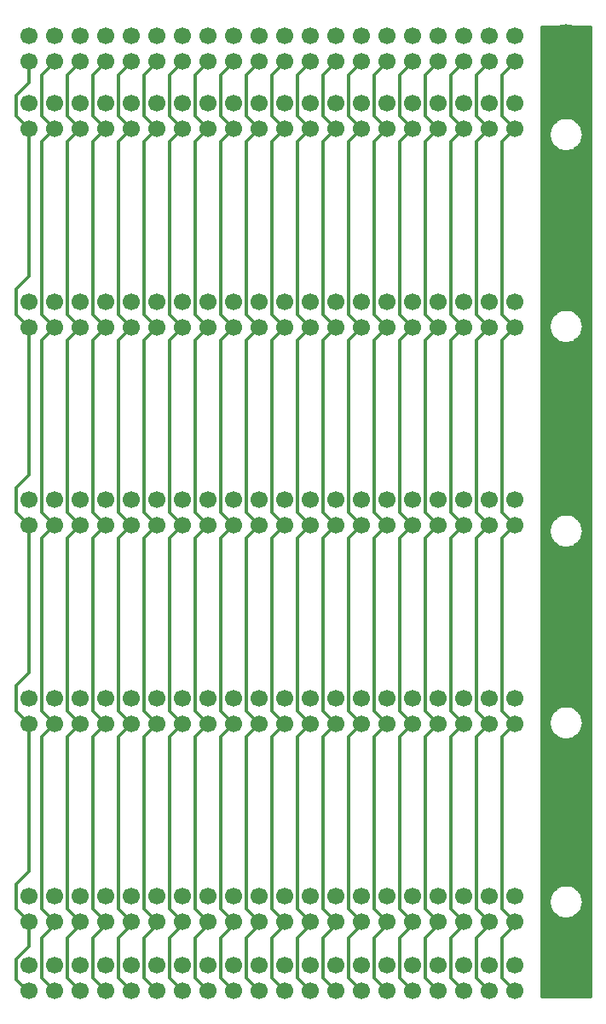
<source format=gbr>
G04 DipTrace 4.3.0.5*
G04 2 - Bottom.gbr*
%MOMM*%
G04 #@! TF.FileFunction,Copper,L2,Bot*
G04 #@! TF.Part,Single*
G04 #@! TA.AperFunction,Conductor*
%ADD16C,0.3302*%
G04 #@! TA.AperFunction,CopperBalancing*
%ADD17C,0.381*%
G04 #@! TA.AperFunction,ComponentPad*
%ADD21C,1.7*%
%ADD22C,4.0*%
%FSLAX35Y35*%
G04*
G71*
G90*
G75*
G01*
G04 Bottom*
%LPD*%
X5334000Y127000D2*
D16*
X5524500D1*
Y1526497D1*
X5334000D1*
X5524500D2*
Y3558497D1*
X5334000D1*
X5524500D2*
Y5463497D1*
X5334000D1*
X5524500D2*
Y7493000D1*
X5334000D1*
X5524500D2*
Y9398000D1*
X5334000D1*
X0Y9229873D2*
Y9017000D1*
X-127000Y8890000D1*
Y8686123D1*
X0Y8559123D1*
Y7096123D1*
X-127000Y6969123D1*
Y6717623D1*
X0Y6590623D1*
Y5127623D1*
X-127000Y5000623D1*
Y4749123D1*
X0Y4622123D1*
Y3159123D1*
X-127000Y3032123D1*
Y2780623D1*
X0Y2653623D1*
Y1190623D1*
X-127000Y1063623D1*
Y812123D1*
X0Y685123D1*
Y657373D2*
Y444500D1*
X-127000Y317500D1*
Y113623D1*
X0Y-13377D1*
X4826000Y8559123D2*
X4699000Y8432123D1*
Y6717623D1*
X4826000Y6590623D1*
X4699000Y6463623D1*
Y4749123D1*
X4826000Y4622123D1*
X4699000Y4495123D1*
Y2780623D1*
X4826000Y2653623D1*
Y9229873D2*
Y9223373D1*
X4699000Y9096373D1*
Y8686123D1*
X4826000Y8559123D1*
Y2653623D2*
X4699000Y2526623D1*
Y812123D1*
X4826000Y685123D1*
Y650873D1*
X4699000Y523873D1*
Y127000D1*
X4826000Y0D1*
X4572000Y8559123D2*
X4445000Y8432123D1*
Y6717623D1*
X4572000Y6590623D1*
X4445000Y6463623D1*
Y4749123D1*
X4572000Y4622123D1*
X4445000Y4495123D1*
Y2780623D1*
X4572000Y2653623D1*
Y9229873D2*
Y9223373D1*
X4445000Y9096373D1*
Y8686123D1*
X4572000Y8559123D1*
Y2653623D2*
X4445000Y2526623D1*
Y812123D1*
X4572000Y685123D1*
Y650873D1*
X4445000Y523873D1*
Y127000D1*
X4572000Y0D1*
X4318000Y8559123D2*
X4191000Y8432123D1*
Y6717623D1*
X4318000Y6590623D1*
X4191000Y6463623D1*
Y4749123D1*
X4318000Y4622123D1*
X4191000Y4495123D1*
Y2780623D1*
X4318000Y2653623D1*
Y9229873D2*
Y9223373D1*
X4191000Y9096373D1*
Y8686123D1*
X4318000Y8559123D1*
Y2653623D2*
X4191000Y2526623D1*
Y812123D1*
X4318000Y685123D1*
Y650873D1*
X4191000Y523873D1*
Y127000D1*
X4318000Y0D1*
X4064000Y8559123D2*
X3937000Y8432123D1*
Y6717623D1*
X4064000Y6590623D1*
X3937000Y6463623D1*
Y4749123D1*
X4064000Y4622123D1*
X3937000Y4495123D1*
Y2780623D1*
X4064000Y2653623D1*
Y9229873D2*
Y9223373D1*
X3937000Y9096373D1*
Y8686123D1*
X4064000Y8559123D1*
Y2653623D2*
X3937000Y2526623D1*
Y812123D1*
X4064000Y685123D1*
Y650873D1*
X3937000Y523873D1*
Y127000D1*
X4064000Y0D1*
X3810000Y8559123D2*
X3683000Y8432123D1*
Y6717623D1*
X3810000Y6590623D1*
X3683000Y6463623D1*
Y4749123D1*
X3810000Y4622123D1*
X3683000Y4495123D1*
Y2780623D1*
X3810000Y2653623D1*
Y9229873D2*
Y9223373D1*
X3683000Y9096373D1*
Y8686123D1*
X3810000Y8559123D1*
Y2653623D2*
X3683000Y2526623D1*
Y812123D1*
X3810000Y685123D1*
Y650873D1*
X3683000Y523873D1*
Y127000D1*
X3810000Y0D1*
X3556000Y8559123D2*
X3429000Y8432123D1*
Y6717623D1*
X3556000Y6590623D1*
X3429000Y6463623D1*
Y4749123D1*
X3556000Y4622123D1*
X3429000Y4495123D1*
Y2780623D1*
X3556000Y2653623D1*
Y9229873D2*
Y9223373D1*
X3429000Y9096373D1*
Y8686123D1*
X3556000Y8559123D1*
Y2653623D2*
X3429000Y2526623D1*
Y812123D1*
X3556000Y685123D1*
Y650873D1*
X3429000Y523873D1*
Y127000D1*
X3556000Y0D1*
X3302000Y8559123D2*
X3175000Y8432123D1*
Y6717623D1*
X3302000Y6590623D1*
X3175000Y6463623D1*
Y4749123D1*
X3302000Y4622123D1*
X3175000Y4495123D1*
Y2780623D1*
X3302000Y2653623D1*
Y9229873D2*
Y9223373D1*
X3175000Y9096373D1*
Y8686123D1*
X3302000Y8559123D1*
Y2653623D2*
X3175000Y2526623D1*
Y812123D1*
X3302000Y685123D1*
Y650873D1*
X3175000Y523873D1*
Y127000D1*
X3302000Y0D1*
X3048000Y8559123D2*
X2921000Y8432123D1*
Y6717623D1*
X3048000Y6590623D1*
X2921000Y6463623D1*
Y4749123D1*
X3048000Y4622123D1*
X2921000Y4495123D1*
Y2780623D1*
X3048000Y2653623D1*
Y9229873D2*
Y9223373D1*
X2921000Y9096373D1*
Y8686123D1*
X3048000Y8559123D1*
Y2653623D2*
X2921000Y2526623D1*
Y812123D1*
X3048000Y685123D1*
Y650873D1*
X2921000Y523873D1*
Y127000D1*
X3048000Y0D1*
X2794000Y8559123D2*
X2667000Y8432123D1*
Y6717623D1*
X2794000Y6590623D1*
X2667000Y6463623D1*
Y4749123D1*
X2794000Y4622123D1*
X2667000Y4495123D1*
Y2780623D1*
X2794000Y2653623D1*
Y9229873D2*
Y9223373D1*
X2667000Y9096373D1*
Y8686123D1*
X2794000Y8559123D1*
Y2653623D2*
X2667000Y2526623D1*
Y812123D1*
X2794000Y685123D1*
Y650873D1*
X2667000Y523873D1*
Y127000D1*
X2794000Y0D1*
X2540000Y8559123D2*
X2413000Y8432123D1*
Y6717623D1*
X2540000Y6590623D1*
X2413000Y6463623D1*
Y4749123D1*
X2540000Y4622123D1*
X2413000Y4495123D1*
Y2780623D1*
X2540000Y2653623D1*
Y9229873D2*
Y9223373D1*
X2413000Y9096373D1*
Y8686123D1*
X2540000Y8559123D1*
Y2653623D2*
X2413000Y2526623D1*
Y812123D1*
X2540000Y685123D1*
Y650873D1*
X2413000Y523873D1*
Y127000D1*
X2540000Y0D1*
X2286000Y8559123D2*
X2159000Y8432123D1*
Y6717623D1*
X2286000Y6590623D1*
X2159000Y6463623D1*
Y4749123D1*
X2286000Y4622123D1*
X2159000Y4495123D1*
Y2780623D1*
X2286000Y2653623D1*
Y9229873D2*
Y9223373D1*
X2159000Y9096373D1*
Y8686123D1*
X2286000Y8559123D1*
Y2653623D2*
X2159000Y2526623D1*
Y812123D1*
X2286000Y685123D1*
Y650873D1*
X2159000Y523873D1*
Y127000D1*
X2286000Y0D1*
X2032000Y8559123D2*
X1905000Y8432123D1*
Y6717623D1*
X2032000Y6590623D1*
X1905000Y6463623D1*
Y4749123D1*
X2032000Y4622123D1*
X1905000Y4495123D1*
Y2780623D1*
X2032000Y2653623D1*
Y9229873D2*
Y9223373D1*
X1905000Y9096373D1*
Y8686123D1*
X2032000Y8559123D1*
Y2653623D2*
X1905000Y2526623D1*
Y812123D1*
X2032000Y685123D1*
Y650873D1*
X1905000Y523873D1*
Y127000D1*
X2032000Y0D1*
X1778000Y8559123D2*
X1651000Y8432123D1*
Y6717623D1*
X1778000Y6590623D1*
X1651000Y6463623D1*
Y4749123D1*
X1778000Y4622123D1*
X1651000Y4495123D1*
Y2780623D1*
X1778000Y2653623D1*
Y9229873D2*
Y9223373D1*
X1651000Y9096373D1*
Y8686123D1*
X1778000Y8559123D1*
Y2653623D2*
X1651000Y2526623D1*
Y812123D1*
X1778000Y685123D1*
Y650873D1*
X1651000Y523873D1*
Y127000D1*
X1778000Y0D1*
X1524000Y8559123D2*
X1397000Y8432123D1*
Y6717623D1*
X1524000Y6590623D1*
X1397000Y6463623D1*
Y4749123D1*
X1524000Y4622123D1*
X1397000Y4495123D1*
Y2780623D1*
X1524000Y2653623D1*
Y9229873D2*
Y9223373D1*
X1397000Y9096373D1*
Y8686123D1*
X1524000Y8559123D1*
Y2653623D2*
X1397000Y2526623D1*
Y812123D1*
X1524000Y685123D1*
Y650873D1*
X1397000Y523873D1*
Y127000D1*
X1524000Y0D1*
X1270000Y8559123D2*
X1143000Y8432123D1*
Y6717623D1*
X1270000Y6590623D1*
X1143000Y6463623D1*
Y4749123D1*
X1270000Y4622123D1*
X1143000Y4495123D1*
Y2780623D1*
X1270000Y2653623D1*
Y9229873D2*
Y9223373D1*
X1143000Y9096373D1*
Y8686123D1*
X1270000Y8559123D1*
Y2653623D2*
X1143000Y2526623D1*
Y812123D1*
X1270000Y685123D1*
Y650873D1*
X1143000Y523873D1*
Y127000D1*
X1270000Y0D1*
X1016000Y8559123D2*
X889000Y8432123D1*
Y6717623D1*
X1016000Y6590623D1*
X889000Y6463623D1*
Y4749123D1*
X1016000Y4622123D1*
X889000Y4495123D1*
Y2780623D1*
X1016000Y2653623D1*
Y9229873D2*
Y9223373D1*
X889000Y9096373D1*
Y8686123D1*
X1016000Y8559123D1*
Y2653623D2*
X889000Y2526623D1*
Y812123D1*
X1016000Y685123D1*
Y650873D1*
X889000Y523873D1*
Y127000D1*
X1016000Y0D1*
X762000Y8559123D2*
X635000Y8432123D1*
Y6717623D1*
X762000Y6590623D1*
X635000Y6463623D1*
Y4749123D1*
X762000Y4622123D1*
X635000Y4495123D1*
Y2780623D1*
X762000Y2653623D1*
Y9229873D2*
Y9223373D1*
X635000Y9096373D1*
Y8686123D1*
X762000Y8559123D1*
Y2653623D2*
X635000Y2526623D1*
Y812123D1*
X762000Y685123D1*
Y650873D1*
X635000Y523873D1*
Y127000D1*
X762000Y0D1*
X508000Y8559123D2*
X381000Y8432123D1*
Y6717623D1*
X508000Y6590623D1*
X381000Y6463623D1*
Y4749123D1*
X508000Y4622123D1*
X381000Y4495123D1*
Y2780623D1*
X508000Y2653623D1*
Y9229873D2*
Y9223373D1*
X381000Y9096373D1*
Y8686123D1*
X508000Y8559123D1*
Y2653623D2*
X381000Y2526623D1*
Y812123D1*
X508000Y685123D1*
Y650873D1*
X381000Y523873D1*
Y127000D1*
X508000Y0D1*
X254000Y8559123D2*
X127000Y8432123D1*
Y6717623D1*
X254000Y6590623D1*
X127000Y6463623D1*
Y4749123D1*
X254000Y4622123D1*
X127000Y4495123D1*
Y2780623D1*
X254000Y2653623D1*
Y9229873D2*
Y9223373D1*
X127000Y9096373D1*
Y8686123D1*
X254000Y8559123D1*
Y2653623D2*
X127000Y2526623D1*
Y812123D1*
X254000Y685123D1*
Y650873D1*
X127000Y523873D1*
Y127000D1*
X254000Y0D1*
X5102880Y9531683D2*
D17*
X5565147D1*
X5102880Y9493917D2*
X5565147D1*
X5102880Y9456150D2*
X5565147D1*
X5102880Y9418383D2*
X5565147D1*
X5102880Y9380617D2*
X5565147D1*
X5102880Y9342850D2*
X5565147D1*
X5102880Y9305083D2*
X5565147D1*
X5102880Y9267317D2*
X5565147D1*
X5102880Y9229550D2*
X5565147D1*
X5102880Y9191783D2*
X5565147D1*
X5102880Y9154017D2*
X5565147D1*
X5102880Y9116250D2*
X5565147D1*
X5102880Y9078483D2*
X5565147D1*
X5102880Y9040717D2*
X5565147D1*
X5102880Y9002950D2*
X5565147D1*
X5102880Y8965183D2*
X5565147D1*
X5102880Y8927417D2*
X5565147D1*
X5102880Y8889650D2*
X5565147D1*
X5102880Y8851883D2*
X5565147D1*
X5102880Y8814117D2*
X5565147D1*
X5102880Y8776350D2*
X5565147D1*
X5102880Y8738583D2*
X5565147D1*
X5102880Y8700817D2*
X5565147D1*
X5102880Y8663050D2*
X5247547D1*
X5420440D2*
X5565147D1*
X5102880Y8625283D2*
X5199660D1*
X5468327D2*
X5565147D1*
X5102880Y8587517D2*
X5173990D1*
X5494000D2*
X5565147D1*
X5102880Y8549750D2*
X5160183D1*
X5507803D2*
X5565147D1*
X5102880Y8511983D2*
X5155387D1*
X5512603D2*
X5565147D1*
X5102880Y8474217D2*
X5158883D1*
X5509143D2*
X5565147D1*
X5102880Y8436450D2*
X5171160D1*
X5496863D2*
X5565147D1*
X5102880Y8398683D2*
X5194563D1*
X5473423D2*
X5565147D1*
X5102880Y8360917D2*
X5237277D1*
X5430710D2*
X5565147D1*
X5102880Y8323150D2*
X5565147D1*
X5102880Y8285383D2*
X5565147D1*
X5102880Y8247617D2*
X5565147D1*
X5102880Y8209850D2*
X5565147D1*
X5102880Y8172083D2*
X5565147D1*
X5102880Y8134317D2*
X5565147D1*
X5102880Y8096550D2*
X5565147D1*
X5102880Y8058783D2*
X5565147D1*
X5102880Y8021017D2*
X5565147D1*
X5102880Y7983250D2*
X5565147D1*
X5102880Y7945483D2*
X5565147D1*
X5102880Y7907717D2*
X5565147D1*
X5102880Y7869950D2*
X5565147D1*
X5102880Y7832183D2*
X5565147D1*
X5102880Y7794417D2*
X5565147D1*
X5102880Y7756650D2*
X5565147D1*
X5102880Y7718883D2*
X5565147D1*
X5102880Y7681117D2*
X5565147D1*
X5102880Y7643350D2*
X5565147D1*
X5102880Y7605583D2*
X5565147D1*
X5102880Y7567817D2*
X5565147D1*
X5102880Y7530050D2*
X5565147D1*
X5102880Y7492283D2*
X5565147D1*
X5102880Y7454517D2*
X5565147D1*
X5102880Y7416750D2*
X5565147D1*
X5102880Y7378983D2*
X5565147D1*
X5102880Y7341217D2*
X5565147D1*
X5102880Y7303450D2*
X5565147D1*
X5102880Y7265683D2*
X5565147D1*
X5102880Y7227917D2*
X5565147D1*
X5102880Y7190150D2*
X5565147D1*
X5102880Y7152383D2*
X5565147D1*
X5102880Y7114617D2*
X5565147D1*
X5102880Y7076850D2*
X5565147D1*
X5102880Y7039083D2*
X5565147D1*
X5102880Y7001317D2*
X5565147D1*
X5102880Y6963550D2*
X5565147D1*
X5102880Y6925783D2*
X5565147D1*
X5102880Y6888017D2*
X5565147D1*
X5102880Y6850250D2*
X5565147D1*
X5102880Y6812483D2*
X5565147D1*
X5102880Y6774717D2*
X5292567D1*
X5375420D2*
X5565147D1*
X5102880Y6736950D2*
X5216703D1*
X5451323D2*
X5565147D1*
X5102880Y6699183D2*
X5183550D1*
X5484437D2*
X5565147D1*
X5102880Y6661417D2*
X5165060D1*
X5502930D2*
X5565147D1*
X5102880Y6623650D2*
X5156500D1*
X5511523D2*
X5565147D1*
X5102880Y6585883D2*
X5156317D1*
X5511673D2*
X5565147D1*
X5102880Y6548117D2*
X5164537D1*
X5503450D2*
X5565147D1*
X5102880Y6510350D2*
X5182583D1*
X5485403D2*
X5565147D1*
X5102880Y6472583D2*
X5214917D1*
X5453070D2*
X5565147D1*
X5102880Y6434817D2*
X5286207D1*
X5381820D2*
X5565147D1*
X5102880Y6397050D2*
X5565147D1*
X5102880Y6359283D2*
X5565147D1*
X5102880Y6321517D2*
X5565147D1*
X5102880Y6283750D2*
X5565147D1*
X5102880Y6245983D2*
X5565147D1*
X5102880Y6208217D2*
X5565147D1*
X5102880Y6170450D2*
X5565147D1*
X5102880Y6132683D2*
X5565147D1*
X5102880Y6094917D2*
X5565147D1*
X5102880Y6057150D2*
X5565147D1*
X5102880Y6019383D2*
X5565147D1*
X5102880Y5981617D2*
X5565147D1*
X5102880Y5943850D2*
X5565147D1*
X5102880Y5906083D2*
X5565147D1*
X5102880Y5868317D2*
X5565147D1*
X5102880Y5830550D2*
X5565147D1*
X5102880Y5792783D2*
X5565147D1*
X5102880Y5755017D2*
X5565147D1*
X5102880Y5717250D2*
X5565147D1*
X5102880Y5679483D2*
X5565147D1*
X5102880Y5641717D2*
X5565147D1*
X5102880Y5603950D2*
X5565147D1*
X5102880Y5566183D2*
X5565147D1*
X5102880Y5528417D2*
X5565147D1*
X5102880Y5490650D2*
X5565147D1*
X5102880Y5452883D2*
X5565147D1*
X5102880Y5415117D2*
X5565147D1*
X5102880Y5377350D2*
X5565147D1*
X5102880Y5339583D2*
X5565147D1*
X5102880Y5301817D2*
X5565147D1*
X5102880Y5264050D2*
X5565147D1*
X5102880Y5226283D2*
X5565147D1*
X5102880Y5188517D2*
X5565147D1*
X5102880Y5150750D2*
X5565147D1*
X5102880Y5112983D2*
X5565147D1*
X5102880Y5075217D2*
X5565147D1*
X5102880Y5037450D2*
X5565147D1*
X5102880Y4999683D2*
X5565147D1*
X5102880Y4961917D2*
X5565147D1*
X5102880Y4924150D2*
X5565147D1*
X5102880Y4886383D2*
X5565147D1*
X5102880Y4848617D2*
X5565147D1*
X5102880Y4810850D2*
X5565147D1*
X5102880Y4773083D2*
X5565147D1*
X5102880Y4735317D2*
X5267863D1*
X5400163D2*
X5565147D1*
X5102880Y4697550D2*
X5208553D1*
X5459433D2*
X5565147D1*
X5102880Y4659783D2*
X5179010D1*
X5488977D2*
X5565147D1*
X5102880Y4622017D2*
X5162677D1*
X5505310D2*
X5565147D1*
X5102880Y4584250D2*
X5155793D1*
X5512193D2*
X5565147D1*
X5102880Y4546483D2*
X5157247D1*
X5510743D2*
X5565147D1*
X5102880Y4508717D2*
X5167217D1*
X5500770D2*
X5565147D1*
X5102880Y4470950D2*
X5187533D1*
X5480457D2*
X5565147D1*
X5102880Y4433183D2*
X5223957D1*
X5444067D2*
X5565147D1*
X5102880Y4395417D2*
X5565147D1*
X5102880Y4357650D2*
X5565147D1*
X5102880Y4319883D2*
X5565147D1*
X5102880Y4282117D2*
X5565147D1*
X5102880Y4244350D2*
X5565147D1*
X5102880Y4206583D2*
X5565147D1*
X5102880Y4168817D2*
X5565147D1*
X5102880Y4131050D2*
X5565147D1*
X5102880Y4093283D2*
X5565147D1*
X5102880Y4055517D2*
X5565147D1*
X5102880Y4017750D2*
X5565147D1*
X5102880Y3979983D2*
X5565147D1*
X5102880Y3942217D2*
X5565147D1*
X5102880Y3904450D2*
X5565147D1*
X5102880Y3866683D2*
X5565147D1*
X5102880Y3828917D2*
X5565147D1*
X5102880Y3791150D2*
X5565147D1*
X5102880Y3753383D2*
X5565147D1*
X5102880Y3715617D2*
X5565147D1*
X5102880Y3677850D2*
X5565147D1*
X5102880Y3640083D2*
X5565147D1*
X5102880Y3602317D2*
X5565147D1*
X5102880Y3564550D2*
X5565147D1*
X5102880Y3526783D2*
X5565147D1*
X5102880Y3489017D2*
X5565147D1*
X5102880Y3451250D2*
X5565147D1*
X5102880Y3413483D2*
X5565147D1*
X5102880Y3375717D2*
X5565147D1*
X5102880Y3337950D2*
X5565147D1*
X5102880Y3300183D2*
X5565147D1*
X5102880Y3262417D2*
X5565147D1*
X5102880Y3224650D2*
X5565147D1*
X5102880Y3186883D2*
X5565147D1*
X5102880Y3149117D2*
X5565147D1*
X5102880Y3111350D2*
X5565147D1*
X5102880Y3073583D2*
X5565147D1*
X5102880Y3035817D2*
X5565147D1*
X5102880Y2998050D2*
X5565147D1*
X5102880Y2960283D2*
X5565147D1*
X5102880Y2922517D2*
X5565147D1*
X5102880Y2884750D2*
X5565147D1*
X5102880Y2846983D2*
X5565147D1*
X5102880Y2809217D2*
X5228533D1*
X5439453D2*
X5565147D1*
X5102880Y2771450D2*
X5190023D1*
X5478000D2*
X5565147D1*
X5102880Y2733683D2*
X5168593D1*
X5499393D2*
X5565147D1*
X5102880Y2695917D2*
X5157803D1*
X5510220D2*
X5565147D1*
X5102880Y2658150D2*
X5155610D1*
X5512417D2*
X5565147D1*
X5102880Y2620383D2*
X5161710D1*
X5506277D2*
X5565147D1*
X5102880Y2582617D2*
X5177077D1*
X5490910D2*
X5565147D1*
X5102880Y2544850D2*
X5205130D1*
X5462857D2*
X5565147D1*
X5102880Y2507083D2*
X5259563D1*
X5408423D2*
X5565147D1*
X5102880Y2469317D2*
X5565147D1*
X5102880Y2431550D2*
X5565147D1*
X5102880Y2393783D2*
X5565147D1*
X5102880Y2356017D2*
X5565147D1*
X5102880Y2318250D2*
X5565147D1*
X5102880Y2280483D2*
X5565147D1*
X5102880Y2242717D2*
X5565147D1*
X5102880Y2204950D2*
X5565147D1*
X5102880Y2167183D2*
X5565147D1*
X5102880Y2129417D2*
X5565147D1*
X5102880Y2091650D2*
X5565147D1*
X5102880Y2053883D2*
X5565147D1*
X5102880Y2016117D2*
X5565147D1*
X5102880Y1978350D2*
X5565147D1*
X5102880Y1940583D2*
X5565147D1*
X5102880Y1902817D2*
X5565147D1*
X5102880Y1865050D2*
X5565147D1*
X5102880Y1827283D2*
X5565147D1*
X5102880Y1789517D2*
X5565147D1*
X5102880Y1751750D2*
X5565147D1*
X5102880Y1713983D2*
X5565147D1*
X5102880Y1676217D2*
X5565147D1*
X5102880Y1638450D2*
X5565147D1*
X5102880Y1600683D2*
X5565147D1*
X5102880Y1562917D2*
X5565147D1*
X5102880Y1525150D2*
X5565147D1*
X5102880Y1487383D2*
X5565147D1*
X5102880Y1449617D2*
X5565147D1*
X5102880Y1411850D2*
X5565147D1*
X5102880Y1374083D2*
X5565147D1*
X5102880Y1336317D2*
X5565147D1*
X5102880Y1298550D2*
X5565147D1*
X5102880Y1260783D2*
X5565147D1*
X5102880Y1223017D2*
X5565147D1*
X5102880Y1185250D2*
X5565147D1*
X5102880Y1147483D2*
X5565147D1*
X5102880Y1109717D2*
X5565147D1*
X5102880Y1071950D2*
X5565147D1*
X5102880Y1034183D2*
X5232813D1*
X5435173D2*
X5565147D1*
X5102880Y996417D2*
X5192257D1*
X5475730D2*
X5565147D1*
X5102880Y958650D2*
X5169860D1*
X5498130D2*
X5565147D1*
X5102880Y920883D2*
X5158323D1*
X5509700D2*
X5565147D1*
X5102880Y883117D2*
X5155460D1*
X5512527D2*
X5565147D1*
X5102880Y845350D2*
X5160930D1*
X5507097D2*
X5565147D1*
X5102880Y807583D2*
X5175477D1*
X5492510D2*
X5565147D1*
X5102880Y769817D2*
X5202303D1*
X5465683D2*
X5565147D1*
X5102880Y732050D2*
X5253203D1*
X5414787D2*
X5565147D1*
X5102880Y694283D2*
X5565147D1*
X5102880Y656517D2*
X5565147D1*
X5102880Y618750D2*
X5565147D1*
X5102880Y580983D2*
X5565147D1*
X5102880Y543217D2*
X5565147D1*
X5102880Y505450D2*
X5565147D1*
X5102880Y467683D2*
X5565147D1*
X5102880Y429917D2*
X5565147D1*
X5102880Y392150D2*
X5565147D1*
X5102880Y354383D2*
X5565147D1*
X5102880Y316617D2*
X5565147D1*
X5102880Y278850D2*
X5565147D1*
X5102880Y241083D2*
X5565147D1*
X5102880Y203317D2*
X5565147D1*
X5102880Y165550D2*
X5565147D1*
X5102880Y127783D2*
X5565147D1*
X5102880Y90017D2*
X5565147D1*
X5102880Y52250D2*
X5565147D1*
X5102880Y14483D2*
X5565147D1*
X5102880Y-23283D2*
X5565147D1*
X5507777Y869987D2*
X5504700Y851310D1*
X5499627Y833077D1*
X5492607Y815497D1*
X5483730Y798780D1*
X5473100Y783120D1*
X5460837Y768700D1*
X5447087Y755693D1*
X5432010Y744247D1*
X5415783Y734500D1*
X5398600Y726563D1*
X5380660Y720530D1*
X5362170Y716473D1*
X5343353Y714437D1*
X5324423Y714450D1*
X5305607Y716510D1*
X5287123Y720590D1*
X5269190Y726647D1*
X5252017Y734603D1*
X5235803Y744373D1*
X5220743Y755837D1*
X5207010Y768863D1*
X5194767Y783297D1*
X5184153Y798970D1*
X5175297Y815700D1*
X5168303Y833290D1*
X5163250Y851530D1*
X5160200Y870210D1*
X5159187Y889113D1*
X5160223Y908013D1*
X5163300Y926690D1*
X5168373Y944923D1*
X5175393Y962503D1*
X5184270Y979220D1*
X5194900Y994880D1*
X5207163Y1009300D1*
X5220913Y1022307D1*
X5235990Y1033753D1*
X5252217Y1043500D1*
X5269400Y1051437D1*
X5287340Y1057470D1*
X5305830Y1061527D1*
X5324647Y1063563D1*
X5343577Y1063550D1*
X5362393Y1061490D1*
X5380877Y1057410D1*
X5398810Y1051353D1*
X5415983Y1043397D1*
X5432197Y1033627D1*
X5447257Y1022163D1*
X5460990Y1009137D1*
X5473233Y994703D1*
X5483847Y979030D1*
X5492703Y962300D1*
X5499697Y944710D1*
X5504750Y926470D1*
X5507800Y907790D1*
X5508813Y889000D1*
X5507777Y869987D1*
Y2647987D2*
X5504700Y2629310D1*
X5499627Y2611077D1*
X5492607Y2593497D1*
X5483730Y2576780D1*
X5473100Y2561120D1*
X5460837Y2546700D1*
X5447087Y2533693D1*
X5432010Y2522247D1*
X5415783Y2512500D1*
X5398600Y2504563D1*
X5380660Y2498530D1*
X5362170Y2494473D1*
X5343353Y2492437D1*
X5324423Y2492450D1*
X5305607Y2494510D1*
X5287123Y2498590D1*
X5269190Y2504647D1*
X5252017Y2512603D1*
X5235803Y2522373D1*
X5220743Y2533837D1*
X5207010Y2546863D1*
X5194767Y2561297D1*
X5184153Y2576970D1*
X5175297Y2593700D1*
X5168303Y2611290D1*
X5163250Y2629530D1*
X5160200Y2648210D1*
X5159187Y2667113D1*
X5160223Y2686013D1*
X5163300Y2704690D1*
X5168373Y2722923D1*
X5175393Y2740503D1*
X5184270Y2757220D1*
X5194900Y2772880D1*
X5207163Y2787300D1*
X5220913Y2800307D1*
X5235990Y2811753D1*
X5252217Y2821500D1*
X5269400Y2829437D1*
X5287340Y2835470D1*
X5305830Y2839527D1*
X5324647Y2841563D1*
X5343577Y2841550D1*
X5362393Y2839490D1*
X5380877Y2835410D1*
X5398810Y2829353D1*
X5415983Y2821397D1*
X5432197Y2811627D1*
X5447257Y2800163D1*
X5460990Y2787137D1*
X5473233Y2772703D1*
X5483847Y2757030D1*
X5492703Y2740300D1*
X5499697Y2722710D1*
X5504750Y2704470D1*
X5507800Y2685790D1*
X5508813Y2667000D1*
X5507777Y2647987D1*
Y4552987D2*
X5504700Y4534310D1*
X5499627Y4516077D1*
X5492607Y4498497D1*
X5483730Y4481780D1*
X5473100Y4466120D1*
X5460837Y4451700D1*
X5447087Y4438693D1*
X5432010Y4427247D1*
X5415783Y4417500D1*
X5398600Y4409563D1*
X5380660Y4403530D1*
X5362170Y4399473D1*
X5343353Y4397437D1*
X5324423Y4397450D1*
X5305607Y4399510D1*
X5287123Y4403590D1*
X5269190Y4409647D1*
X5252017Y4417603D1*
X5235803Y4427373D1*
X5220743Y4438837D1*
X5207010Y4451863D1*
X5194767Y4466297D1*
X5184153Y4481970D1*
X5175297Y4498700D1*
X5168303Y4516290D1*
X5163250Y4534530D1*
X5160200Y4553210D1*
X5159187Y4572113D1*
X5160223Y4591013D1*
X5163300Y4609690D1*
X5168373Y4627923D1*
X5175393Y4645503D1*
X5184270Y4662220D1*
X5194900Y4677880D1*
X5207163Y4692300D1*
X5220913Y4705307D1*
X5235990Y4716753D1*
X5252217Y4726500D1*
X5269400Y4734437D1*
X5287340Y4740470D1*
X5305830Y4744527D1*
X5324647Y4746563D1*
X5343577Y4746550D1*
X5362393Y4744490D1*
X5380877Y4740410D1*
X5398810Y4734353D1*
X5415983Y4726397D1*
X5432197Y4716627D1*
X5447257Y4705163D1*
X5460990Y4692137D1*
X5473233Y4677703D1*
X5483847Y4662030D1*
X5492703Y4645300D1*
X5499697Y4627710D1*
X5504750Y4609470D1*
X5507800Y4590790D1*
X5508813Y4572000D1*
X5507777Y4552987D1*
Y6584987D2*
X5504700Y6566310D1*
X5499627Y6548077D1*
X5492607Y6530497D1*
X5483730Y6513780D1*
X5473100Y6498120D1*
X5460837Y6483700D1*
X5447087Y6470693D1*
X5432010Y6459247D1*
X5415783Y6449500D1*
X5398600Y6441563D1*
X5380660Y6435530D1*
X5362170Y6431473D1*
X5343353Y6429437D1*
X5324423Y6429450D1*
X5305607Y6431510D1*
X5287123Y6435590D1*
X5269190Y6441647D1*
X5252017Y6449603D1*
X5235803Y6459373D1*
X5220743Y6470837D1*
X5207010Y6483863D1*
X5194767Y6498297D1*
X5184153Y6513970D1*
X5175297Y6530700D1*
X5168303Y6548290D1*
X5163250Y6566530D1*
X5160200Y6585210D1*
X5159187Y6604113D1*
X5160223Y6623013D1*
X5163300Y6641690D1*
X5168373Y6659923D1*
X5175393Y6677503D1*
X5184270Y6694220D1*
X5194900Y6709880D1*
X5207163Y6724300D1*
X5220913Y6737307D1*
X5235990Y6748753D1*
X5252217Y6758500D1*
X5269400Y6766437D1*
X5287340Y6772470D1*
X5305830Y6776527D1*
X5324647Y6778563D1*
X5343577Y6778550D1*
X5362393Y6776490D1*
X5380877Y6772410D1*
X5398810Y6766353D1*
X5415983Y6758397D1*
X5432197Y6748627D1*
X5447257Y6737163D1*
X5460990Y6724137D1*
X5473233Y6709703D1*
X5483847Y6694030D1*
X5492703Y6677300D1*
X5499697Y6659710D1*
X5504750Y6641470D1*
X5507800Y6622790D1*
X5508813Y6604000D1*
X5507777Y6584987D1*
Y8489987D2*
X5504700Y8471310D1*
X5499627Y8453077D1*
X5492607Y8435497D1*
X5483730Y8418780D1*
X5473100Y8403120D1*
X5460837Y8388700D1*
X5447087Y8375693D1*
X5432010Y8364247D1*
X5415783Y8354500D1*
X5398600Y8346563D1*
X5380660Y8340530D1*
X5362170Y8336473D1*
X5343353Y8334437D1*
X5324423Y8334450D1*
X5305607Y8336510D1*
X5287123Y8340590D1*
X5269190Y8346647D1*
X5252017Y8354603D1*
X5235803Y8364373D1*
X5220743Y8375837D1*
X5207010Y8388863D1*
X5194767Y8403297D1*
X5184153Y8418970D1*
X5175297Y8435700D1*
X5168303Y8453290D1*
X5163250Y8471530D1*
X5160200Y8490210D1*
X5159187Y8509113D1*
X5160223Y8528013D1*
X5163300Y8546690D1*
X5168373Y8564923D1*
X5175393Y8582503D1*
X5184270Y8599220D1*
X5194900Y8614880D1*
X5207163Y8629300D1*
X5220913Y8642307D1*
X5235990Y8653753D1*
X5252217Y8663500D1*
X5269400Y8671437D1*
X5287340Y8677470D1*
X5305830Y8681527D1*
X5324647Y8683563D1*
X5343577Y8683550D1*
X5362393Y8681490D1*
X5380877Y8677410D1*
X5398810Y8671353D1*
X5415983Y8663397D1*
X5432197Y8653627D1*
X5447257Y8642163D1*
X5460990Y8629137D1*
X5473233Y8614703D1*
X5483847Y8599030D1*
X5492703Y8582300D1*
X5499697Y8564710D1*
X5504750Y8546470D1*
X5507800Y8527790D1*
X5508813Y8509000D1*
X5507777Y8489987D1*
X5568947Y9569450D2*
X5099057D1*
X5099050Y5969050D1*
Y-44443D1*
X5568943Y-44450D1*
X5568950Y3460700D1*
Y9569443D1*
D21*
X4826000Y8559123D3*
Y8813123D3*
X4572000Y8559123D3*
Y8813123D3*
X4318000Y8559123D3*
Y8813123D3*
X4064000Y8559123D3*
Y8813123D3*
X3810000Y8559123D3*
Y8813123D3*
X3556000Y8559123D3*
Y8813123D3*
X3302000Y8559123D3*
Y8813123D3*
X3048000Y8559123D3*
Y8813123D3*
X2794000Y8559123D3*
Y8813123D3*
X2540000Y8559123D3*
Y8813123D3*
X2286000Y8559123D3*
Y8813123D3*
X2032000Y8559123D3*
Y8813123D3*
X1778000Y8559123D3*
Y8813123D3*
X1524000Y8559123D3*
Y8813123D3*
X1270000Y8559123D3*
Y8813123D3*
X1016000Y8559123D3*
Y8813123D3*
X762000Y8559123D3*
Y8813123D3*
X508000Y8559123D3*
Y8813123D3*
X254000Y8559123D3*
Y8813123D3*
X0Y8559123D3*
Y8813123D3*
X4826000Y9229873D3*
Y9483873D3*
X4572000Y9229873D3*
Y9483873D3*
X4318000Y9229873D3*
Y9483873D3*
X4064000Y9229873D3*
Y9483873D3*
X3810000Y9229873D3*
Y9483873D3*
X3556000Y9229873D3*
Y9483873D3*
X3302000Y9229873D3*
Y9483873D3*
X3048000Y9229873D3*
Y9483873D3*
X2794000Y9229873D3*
Y9483873D3*
X2540000Y9229873D3*
Y9483873D3*
X2286000Y9229873D3*
Y9483873D3*
X2032000Y9229873D3*
Y9483873D3*
X1778000Y9229873D3*
Y9483873D3*
X1524000Y9229873D3*
Y9483873D3*
X1270000Y9229873D3*
Y9483873D3*
X1016000Y9229873D3*
Y9483873D3*
X762000Y9229873D3*
Y9483873D3*
X508000Y9229873D3*
Y9483873D3*
X254000Y9229873D3*
Y9483873D3*
X0Y9229873D3*
Y9483873D3*
X4826000Y6590623D3*
Y6844623D3*
X4572000Y6590623D3*
Y6844623D3*
X4318000Y6590623D3*
Y6844623D3*
X4064000Y6590623D3*
Y6844623D3*
X3810000Y6590623D3*
Y6844623D3*
X3556000Y6590623D3*
Y6844623D3*
X3302000Y6590623D3*
Y6844623D3*
X3048000Y6590623D3*
Y6844623D3*
X2794000Y6590623D3*
Y6844623D3*
X2540000Y6590623D3*
Y6844623D3*
X2286000Y6590623D3*
Y6844623D3*
X2032000Y6590623D3*
Y6844623D3*
X1778000Y6590623D3*
Y6844623D3*
X1524000Y6590623D3*
Y6844623D3*
X1270000Y6590623D3*
Y6844623D3*
X1016000Y6590623D3*
Y6844623D3*
X762000Y6590623D3*
Y6844623D3*
X508000Y6590623D3*
Y6844623D3*
X254000Y6590623D3*
Y6844623D3*
X0Y6590623D3*
Y6844623D3*
X4826000Y0D3*
Y254000D3*
X4572000Y0D3*
Y254000D3*
X4318000Y0D3*
Y254000D3*
X4064000Y0D3*
Y254000D3*
X3810000Y0D3*
Y254000D3*
X3556000Y0D3*
Y254000D3*
X3302000Y0D3*
Y254000D3*
X3048000Y0D3*
Y254000D3*
X2794000Y0D3*
Y254000D3*
X2540000Y0D3*
Y254000D3*
X2286000Y0D3*
Y254000D3*
X2032000Y0D3*
Y254000D3*
X1778000Y0D3*
Y254000D3*
X1524000Y0D3*
Y254000D3*
X1270000Y0D3*
Y254000D3*
X1016000Y0D3*
Y254000D3*
X762000Y0D3*
Y254000D3*
X508000Y0D3*
Y254000D3*
X254000Y0D3*
Y254000D3*
X0Y0D3*
Y254000D3*
X4826000Y4622123D3*
Y4876123D3*
X4572000Y4622123D3*
Y4876123D3*
X4318000Y4622123D3*
Y4876123D3*
X4064000Y4622123D3*
Y4876123D3*
X3810000Y4622123D3*
Y4876123D3*
X3556000Y4622123D3*
Y4876123D3*
X3302000Y4622123D3*
Y4876123D3*
X3048000Y4622123D3*
Y4876123D3*
X2794000Y4622123D3*
Y4876123D3*
X2540000Y4622123D3*
Y4876123D3*
X2286000Y4622123D3*
Y4876123D3*
X2032000Y4622123D3*
Y4876123D3*
X1778000Y4622123D3*
Y4876123D3*
X1524000Y4622123D3*
Y4876123D3*
X1270000Y4622123D3*
Y4876123D3*
X1016000Y4622123D3*
Y4876123D3*
X762000Y4622123D3*
Y4876123D3*
X508000Y4622123D3*
Y4876123D3*
X254000Y4622123D3*
Y4876123D3*
X0Y4622123D3*
Y4876123D3*
X4826000Y2653623D3*
Y2907623D3*
X4572000Y2653623D3*
Y2907623D3*
X4318000Y2653623D3*
Y2907623D3*
X4064000Y2653623D3*
Y2907623D3*
X3810000Y2653623D3*
Y2907623D3*
X3556000Y2653623D3*
Y2907623D3*
X3302000Y2653623D3*
Y2907623D3*
X3048000Y2653623D3*
Y2907623D3*
X2794000Y2653623D3*
Y2907623D3*
X2540000Y2653623D3*
Y2907623D3*
X2286000Y2653623D3*
Y2907623D3*
X2032000Y2653623D3*
Y2907623D3*
X1778000Y2653623D3*
Y2907623D3*
X1524000Y2653623D3*
Y2907623D3*
X1270000Y2653623D3*
Y2907623D3*
X1016000Y2653623D3*
Y2907623D3*
X762000Y2653623D3*
Y2907623D3*
X508000Y2653623D3*
Y2907623D3*
X254000Y2653623D3*
Y2907623D3*
X0Y2653623D3*
Y2907623D3*
X4826000Y685123D3*
Y939123D3*
X4572000Y685123D3*
Y939123D3*
X4318000Y685123D3*
Y939123D3*
X4064000Y685123D3*
Y939123D3*
X3810000Y685123D3*
Y939123D3*
X3556000Y685123D3*
Y939123D3*
X3302000Y685123D3*
Y939123D3*
X3048000Y685123D3*
Y939123D3*
X2794000Y685123D3*
Y939123D3*
X2540000Y685123D3*
Y939123D3*
X2286000Y685123D3*
Y939123D3*
X2032000Y685123D3*
Y939123D3*
X1778000Y685123D3*
Y939123D3*
X1524000Y685123D3*
Y939123D3*
X1270000Y685123D3*
Y939123D3*
X1016000Y685123D3*
Y939123D3*
X762000Y685123D3*
Y939123D3*
X508000Y685123D3*
Y939123D3*
X254000Y685123D3*
Y939123D3*
X0Y685123D3*
Y939123D3*
D22*
X5334000Y9398000D3*
Y7493000D3*
Y5463497D3*
Y1526497D3*
Y127000D3*
Y3558497D3*
M02*

</source>
